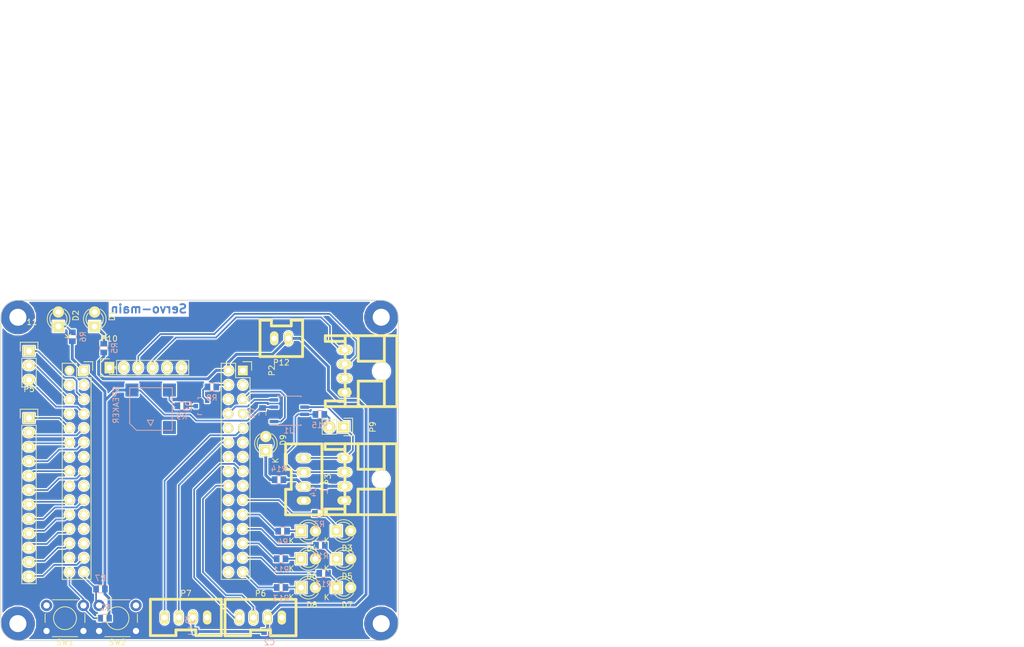
<source format=kicad_pcb>
(kicad_pcb (version 4) (host pcbnew 4.0.1-stable)
  (layers (0 F.Cu signal) (31 B.Cu signal) (34 B.Paste user) (35 F.Paste user) (36 B.SilkS user) (37 F.SilkS user) (38 B.Mask user) (39 F.Mask user) (44 Edge.Cuts user))
  (net 0 "")
  (net 1 +5V)
  (net 2 GND)
  (net 3 "Net-(D1-Pad1)")
  (net 4 "Net-(D2-Pad1)")
  (net 5 +3.3V)
  (net 6 /E6)
  (net 7 /E5)
  (net 8 /C1)
  (net 9 /C0)
  (net 10 /C3)
  (net 11 /C2)
  (net 12 /A1)
  (net 13 /A0)
  (net 14 /A3)
  (net 15 /A2)
  (net 16 /A5)
  (net 17 /A4)
  (net 18 /A7)
  (net 19 /A6)
  (net 20 /C5)
  (net 21 /C4)
  (net 22 /B1)
  (net 23 /B0)
  (net 24 /E9)
  (net 25 /E8)
  (net 26 /E11)
  (net 27 /E10)
  (net 28 /E13)
  (net 29 /E12)
  (net 30 /B10)
  (net 31 /E14)
  (net 32 /B11)
  (net 33 /B13)
  (net 34 /B9)
  (net 35 /B8)
  (net 36 /B7)
  (net 37 /B6)
  (net 38 /B5)
  (net 39 /B4)
  (net 40 /B3)
  (net 41 /D6)
  (net 42 /D5)
  (net 43 /D2)
  (net 44 /C12)
  (net 45 /A15)
  (net 46 /A11)
  (net 47 /A10)
  (net 48 /A9)
  (net 49 /A8)
  (net 50 /C9)
  (net 51 /C8)
  (net 52 /C7)
  (net 53 /C6)
  (net 54 /D15)
  (net 55 /D14)
  (net 56 /D13)
  (net 57 /D12)
  (net 58 /D9)
  (net 59 /D8)
  (net 60 /B14)
  (net 61 /B15)
  (net 62 "Net-(P10-Pad2)")
  (net 63 /CLK)
  (net 64 /DIO)
  (net 65 "Net-(P10-Pad5)")
  (net 66 "Net-(P10-Pad6)")
  (net 67 /CAN_L)
  (net 68 /CAN_H)
  (net 69 +12V)
  (net 70 "Net-(P8-Pad2)")
  (net 71 "Net-(D3-Pad1)")
  (net 72 "Net-(D4-Pad1)")
  (net 73 "Net-(R9-Pad1)")
  (net 74 "Net-(Q1-Pad3)")
  (net 75 "Net-(D5-Pad1)")
  (net 76 "Net-(D6-Pad1)")
  (net 77 "Net-(D7-Pad1)")
  (net 78 "Net-(D8-Pad1)")
  (net 79 "Net-(D9-Pad1)")
  (net 80 "Net-(Q1-Pad1)")
  (net 81 "Net-(P9-Pad2)")
  (module Pin_Headers:Pin_Header_Straight_1x02 (layer F.Cu) (at 161.5 92 270)
    (fp_text reference P9 (at 0 -5.1 270) (layer F.SilkS))
    (fp_text value CAN_JP)
    (pad 1 thru_hole rect (at 0 0 270) (size 2.032 2.032) (drill 1.016) (layers *.Cu *.Mask F.SilkS) (net 67 /CAN_L))
    (pad 2 thru_hole oval (at 0 2.54 270) (size 2.032 2.032) (drill 1.016) (layers *.Cu *.Mask F.SilkS) (net 81 "Net-(P9-Pad2)"))
  )
  (module Socket_Strips:Socket_Strip_Straight_2x15 (layer F.Cu) (at 115.715 82.035 270)
    (fp_text reference P1 (at 0 -5.1 270) (layer F.SilkS))
    (fp_text value CONN_02X15)
    (pad 1 thru_hole rect (at 0 0 270) (size 1.7272 1.7272) (drill 1.016) (layers *.Cu *.Mask F.SilkS) (net 5 +3.3V))
    (pad 2 thru_hole oval (at 0 2.54 270) (size 1.7272 1.7272) (drill 1.016) (layers *.Cu *.Mask F.SilkS) (net 2 GND))
    (pad 3 thru_hole oval (at 2.54 0 270) (size 1.7272 1.7272) (drill 1.016) (layers *.Cu *.Mask F.SilkS) (net 7 /E5))
    (pad 4 thru_hole oval (at 2.54 2.54 270) (size 1.7272 1.7272) (drill 1.016) (layers *.Cu *.Mask F.SilkS) (net 6 /E6))
    (pad 5 thru_hole oval (at 5.08 0 270) (size 1.7272 1.7272) (drill 1.016) (layers *.Cu *.Mask F.SilkS) (net 9 /C0))
    (pad 6 thru_hole oval (at 5.08 2.54 270) (size 1.7272 1.7272) (drill 1.016) (layers *.Cu *.Mask F.SilkS) (net 8 /C1))
    (pad 7 thru_hole oval (at 7.62 0 270) (size 1.7272 1.7272) (drill 1.016) (layers *.Cu *.Mask F.SilkS) (net 11 /C2))
    (pad 8 thru_hole oval (at 7.62 2.54 270) (size 1.7272 1.7272) (drill 1.016) (layers *.Cu *.Mask F.SilkS) (net 10 /C3))
    (pad 9 thru_hole oval (at 10.16 0 270) (size 1.7272 1.7272) (drill 1.016) (layers *.Cu *.Mask F.SilkS) (net 13 /A0))
    (pad 10 thru_hole oval (at 10.16 2.54 270) (size 1.7272 1.7272) (drill 1.016) (layers *.Cu *.Mask F.SilkS) (net 12 /A1))
    (pad 11 thru_hole oval (at 12.7 0 270) (size 1.7272 1.7272) (drill 1.016) (layers *.Cu *.Mask F.SilkS) (net 15 /A2))
    (pad 12 thru_hole oval (at 12.7 2.54 270) (size 1.7272 1.7272) (drill 1.016) (layers *.Cu *.Mask F.SilkS) (net 14 /A3))
    (pad 13 thru_hole oval (at 15.24 0 270) (size 1.7272 1.7272) (drill 1.016) (layers *.Cu *.Mask F.SilkS) (net 17 /A4))
    (pad 14 thru_hole oval (at 15.24 2.54 270) (size 1.7272 1.7272) (drill 1.016) (layers *.Cu *.Mask F.SilkS) (net 16 /A5))
    (pad 15 thru_hole oval (at 17.78 0 270) (size 1.7272 1.7272) (drill 1.016) (layers *.Cu *.Mask F.SilkS) (net 19 /A6))
    (pad 16 thru_hole oval (at 17.78 2.54 270) (size 1.7272 1.7272) (drill 1.016) (layers *.Cu *.Mask F.SilkS) (net 18 /A7))
    (pad 17 thru_hole oval (at 20.32 0 270) (size 1.7272 1.7272) (drill 1.016) (layers *.Cu *.Mask F.SilkS) (net 21 /C4))
    (pad 18 thru_hole oval (at 20.32 2.54 270) (size 1.7272 1.7272) (drill 1.016) (layers *.Cu *.Mask F.SilkS) (net 20 /C5))
    (pad 19 thru_hole oval (at 22.86 0 270) (size 1.7272 1.7272) (drill 1.016) (layers *.Cu *.Mask F.SilkS) (net 23 /B0))
    (pad 20 thru_hole oval (at 22.86 2.54 270) (size 1.7272 1.7272) (drill 1.016) (layers *.Cu *.Mask F.SilkS) (net 22 /B1))
    (pad 21 thru_hole oval (at 25.4 0 270) (size 1.7272 1.7272) (drill 1.016) (layers *.Cu *.Mask F.SilkS) (net 25 /E8))
    (pad 22 thru_hole oval (at 25.4 2.54 270) (size 1.7272 1.7272) (drill 1.016) (layers *.Cu *.Mask F.SilkS) (net 24 /E9))
    (pad 23 thru_hole oval (at 27.94 0 270) (size 1.7272 1.7272) (drill 1.016) (layers *.Cu *.Mask F.SilkS) (net 27 /E10))
    (pad 24 thru_hole oval (at 27.94 2.54 270) (size 1.7272 1.7272) (drill 1.016) (layers *.Cu *.Mask F.SilkS) (net 26 /E11))
    (pad 25 thru_hole oval (at 30.48 0 270) (size 1.7272 1.7272) (drill 1.016) (layers *.Cu *.Mask F.SilkS) (net 29 /E12))
    (pad 26 thru_hole oval (at 30.48 2.54 270) (size 1.7272 1.7272) (drill 1.016) (layers *.Cu *.Mask F.SilkS) (net 28 /E13))
    (pad 27 thru_hole oval (at 33.02 0 270) (size 1.7272 1.7272) (drill 1.016) (layers *.Cu *.Mask F.SilkS) (net 31 /E14))
    (pad 28 thru_hole oval (at 33.02 2.54 270) (size 1.7272 1.7272) (drill 1.016) (layers *.Cu *.Mask F.SilkS) (net 30 /B10))
    (pad 29 thru_hole oval (at 35.56 0 270) (size 1.7272 1.7272) (drill 1.016) (layers *.Cu *.Mask F.SilkS) (net 33 /B13))
    (pad 30 thru_hole oval (at 35.56 2.54 270) (size 1.7272 1.7272) (drill 1.016) (layers *.Cu *.Mask F.SilkS) (net 32 /B11))
  )
  (module RP_KiCAD_Connector:XA_4T (layer F.Cu) (at 129.93 125.575)
    (fp_text reference P7 (at 3.75 -4.25) (layer F.SilkS))
    (fp_text value SERIAL1)
    (pad 4 thru_hole oval (at 0 0) (size 1.5 2.5) (drill 1) (layers *.Cu *.Mask F.SilkS) (net 41 /D6))
    (pad 3 thru_hole oval (at 2.5 0) (size 1.5 2.5) (drill 1) (layers *.Cu *.Mask F.SilkS) (net 42 /D5))
    (pad 2 thru_hole oval (at 5 0) (size 1.5 2.5) (drill 1) (layers *.Cu *.Mask F.SilkS) (net 1 +5V))
    (pad 1 thru_hole oval (at 7.5 0) (size 1.5 2.5) (drill 1) (layers *.Cu *.Mask F.SilkS) (net 2 GND))
  )
  (module Capacitors_SMD:C_0603 (layer B.Cu) (at 147.18 89.6 270)
    (fp_text reference C1 (at 0 1.9 270) (layer B.SilkS) (effects (justify mirror)))
    (fp_text value 0.1u)
    (pad 1 smd rect (at -0.95 0 270) (size 1 1.2) (layers B.Cu B.Paste B.Mask) (net 5 +3.3V))
    (pad 2 smd rect (at 0.93 0 270) (size 1 1.2) (layers B.Cu B.Paste B.Mask) (net 2 GND))
  )
  (module Capacitors_SMD:C_0603 (layer B.Cu) (at 148.4 128.06)
    (fp_text reference C2 (at 0 1.9) (layer B.SilkS) (effects (justify mirror)))
    (fp_text value 0.1u)
    (pad 1 smd rect (at -0.95 0) (size 1 1.2) (layers B.Cu B.Paste B.Mask) (net 1 +5V))
    (pad 2 smd rect (at 0.93 0) (size 1 1.2) (layers B.Cu B.Paste B.Mask) (net 2 GND))
  )
  (module Capacitors_SMD:C_0603 (layer B.Cu) (at 134.43 127.95 180)
    (fp_text reference C3 (at 0 1.9 180) (layer B.SilkS) (effects (justify mirror)))
    (fp_text value 0.1u)
    (pad 1 smd rect (at -0.95 0 180) (size 1 1.2) (layers B.Cu B.Paste B.Mask) (net 1 +5V))
    (pad 2 smd rect (at 0.93 0 180) (size 1 1.2) (layers B.Cu B.Paste B.Mask) (net 2 GND))
  )
  (module RP_KiCAD_Connector:XA_4T (layer F.Cu) (at 154.45 97.485 270)
    (fp_text reference P3 (at 3.75 -4.25 270) (layer F.SilkS))
    (fp_text value CAN)
    (pad 4 thru_hole oval (at 0 0 270) (size 1.5 2.5) (drill 1) (layers *.Cu *.Mask F.SilkS) (net 67 /CAN_L))
    (pad 3 thru_hole oval (at 2.5 0 270) (size 1.5 2.5) (drill 1) (layers *.Cu *.Mask F.SilkS) (net 68 /CAN_H))
    (pad 2 thru_hole oval (at 5 0 270) (size 1.5 2.5) (drill 1) (layers *.Cu *.Mask F.SilkS) (net 69 +12V))
    (pad 1 thru_hole oval (at 7.5 0 270) (size 1.5 2.5) (drill 1) (layers *.Cu *.Mask F.SilkS) (net 2 GND))
  )
  (module RP_KiCAD_Connector:XA_2T (layer F.Cu) (at 151.74 76.385 180)
    (fp_text reference P12 (at 1.25 -4.25 180) (layer F.SilkS))
    (fp_text value 5V_in)
    (pad 2 thru_hole oval (at 0 0 180) (size 1.5 2.5) (drill 1) (layers *.Cu *.Mask F.SilkS) (net 1 +5V))
    (pad 1 thru_hole oval (at 2.5 0 180) (size 1.5 2.5) (drill 1) (layers *.Cu *.Mask F.SilkS) (net 2 GND))
  )
  (module Resistors_SMD:R_0603 (layer B.Cu) (at 119.22 78.09 90)
    (fp_text reference R5 (at 0 1.9 90) (layer B.SilkS) (effects (justify mirror)))
    (fp_text value 510)
    (pad 1 smd rect (at -0.78 0 90) (size 1 1.2) (layers B.Cu B.Paste B.Mask) (net 1 +5V))
    (pad 2 smd rect (at 0.78 0 90) (size 1 1.2) (layers B.Cu B.Paste B.Mask) (net 3 "Net-(D1-Pad1)"))
  )
  (module Resistors_SMD:R_0603 (layer B.Cu) (at 113.675 76.095 90)
    (fp_text reference R6 (at 0 1.9 90) (layer B.SilkS) (effects (justify mirror)))
    (fp_text value 330)
    (pad 1 smd rect (at -0.78 0 90) (size 1 1.2) (layers B.Cu B.Paste B.Mask) (net 5 +3.3V))
    (pad 2 smd rect (at 0.78 0 90) (size 1 1.2) (layers B.Cu B.Paste B.Mask) (net 4 "Net-(D2-Pad1)"))
  )
  (module LEDs:LED-3MM (layer F.Cu) (at 117.61 74.28 90)
    (fp_text reference D1 (at 1.91 3.06 90) (layer F.SilkS))
    (fp_text value LED)
    (fp_text user K (at -1.69 1.74 90) (layer F.SilkS))
    (pad 1 thru_hole rect (at 0 0 180) (size 2 2) (drill 1.00076) (layers *.Cu *.Mask F.SilkS) (net 3 "Net-(D1-Pad1)"))
    (pad 2 thru_hole circle (at 2.54 0 90) (size 2 2) (drill 1.00076) (layers *.Cu *.Mask F.SilkS) (net 2 GND))
  )
  (module LEDs:LED-3MM (layer F.Cu) (at 111.225 74.27 90)
    (fp_text reference D2 (at 1.91 3.06 90) (layer F.SilkS))
    (fp_text value LED)
    (fp_text user K (at -1.69 1.74 90) (layer F.SilkS))
    (pad 1 thru_hole rect (at 0 0 180) (size 2 2) (drill 1.00076) (layers *.Cu *.Mask F.SilkS) (net 4 "Net-(D2-Pad1)"))
    (pad 2 thru_hole circle (at 2.54 0 90) (size 2 2) (drill 1.00076) (layers *.Cu *.Mask F.SilkS) (net 2 GND))
  )
  (module Socket_Strips:Socket_Strip_Straight_2x15 (layer F.Cu) (at 143.715 82.035 270)
    (fp_text reference P2 (at 0 -5.1 270) (layer F.SilkS))
    (fp_text value CONN_02X15)
    (pad 1 thru_hole rect (at 0 0 270) (size 1.7272 1.7272) (drill 1.016) (layers *.Cu *.Mask F.SilkS) (net 2 GND))
    (pad 2 thru_hole oval (at 0 2.54 270) (size 1.7272 1.7272) (drill 1.016) (layers *.Cu *.Mask F.SilkS) (net 1 +5V))
    (pad 3 thru_hole oval (at 2.54 0 270) (size 1.7272 1.7272) (drill 1.016) (layers *.Cu *.Mask F.SilkS) (net 35 /B8))
    (pad 4 thru_hole oval (at 2.54 2.54 270) (size 1.7272 1.7272) (drill 1.016) (layers *.Cu *.Mask F.SilkS) (net 34 /B9))
    (pad 5 thru_hole oval (at 5.08 0 270) (size 1.7272 1.7272) (drill 1.016) (layers *.Cu *.Mask F.SilkS) (net 37 /B6))
    (pad 6 thru_hole oval (at 5.08 2.54 270) (size 1.7272 1.7272) (drill 1.016) (layers *.Cu *.Mask F.SilkS) (net 36 /B7))
    (pad 7 thru_hole oval (at 7.62 0 270) (size 1.7272 1.7272) (drill 1.016) (layers *.Cu *.Mask F.SilkS) (net 39 /B4))
    (pad 8 thru_hole oval (at 7.62 2.54 270) (size 1.7272 1.7272) (drill 1.016) (layers *.Cu *.Mask F.SilkS) (net 38 /B5))
    (pad 9 thru_hole oval (at 10.16 0 270) (size 1.7272 1.7272) (drill 1.016) (layers *.Cu *.Mask F.SilkS) (net 41 /D6))
    (pad 10 thru_hole oval (at 10.16 2.54 270) (size 1.7272 1.7272) (drill 1.016) (layers *.Cu *.Mask F.SilkS) (net 40 /B3))
    (pad 11 thru_hole oval (at 12.7 0 270) (size 1.7272 1.7272) (drill 1.016) (layers *.Cu *.Mask F.SilkS) (net 43 /D2))
    (pad 12 thru_hole oval (at 12.7 2.54 270) (size 1.7272 1.7272) (drill 1.016) (layers *.Cu *.Mask F.SilkS) (net 42 /D5))
    (pad 13 thru_hole oval (at 15.24 0 270) (size 1.7272 1.7272) (drill 1.016) (layers *.Cu *.Mask F.SilkS) (net 45 /A15))
    (pad 14 thru_hole oval (at 15.24 2.54 270) (size 1.7272 1.7272) (drill 1.016) (layers *.Cu *.Mask F.SilkS) (net 44 /C12))
    (pad 15 thru_hole oval (at 17.78 0 270) (size 1.7272 1.7272) (drill 1.016) (layers *.Cu *.Mask F.SilkS) (net 47 /A10))
    (pad 16 thru_hole oval (at 17.78 2.54 270) (size 1.7272 1.7272) (drill 1.016) (layers *.Cu *.Mask F.SilkS) (net 46 /A11))
    (pad 17 thru_hole oval (at 20.32 0 270) (size 1.7272 1.7272) (drill 1.016) (layers *.Cu *.Mask F.SilkS) (net 49 /A8))
    (pad 18 thru_hole oval (at 20.32 2.54 270) (size 1.7272 1.7272) (drill 1.016) (layers *.Cu *.Mask F.SilkS) (net 48 /A9))
    (pad 19 thru_hole oval (at 22.86 0 270) (size 1.7272 1.7272) (drill 1.016) (layers *.Cu *.Mask F.SilkS) (net 51 /C8))
    (pad 20 thru_hole oval (at 22.86 2.54 270) (size 1.7272 1.7272) (drill 1.016) (layers *.Cu *.Mask F.SilkS) (net 50 /C9))
    (pad 21 thru_hole oval (at 25.4 0 270) (size 1.7272 1.7272) (drill 1.016) (layers *.Cu *.Mask F.SilkS) (net 53 /C6))
    (pad 22 thru_hole oval (at 25.4 2.54 270) (size 1.7272 1.7272) (drill 1.016) (layers *.Cu *.Mask F.SilkS) (net 52 /C7))
    (pad 23 thru_hole oval (at 27.94 0 270) (size 1.7272 1.7272) (drill 1.016) (layers *.Cu *.Mask F.SilkS) (net 55 /D14))
    (pad 24 thru_hole oval (at 27.94 2.54 270) (size 1.7272 1.7272) (drill 1.016) (layers *.Cu *.Mask F.SilkS) (net 54 /D15))
    (pad 25 thru_hole oval (at 30.48 0 270) (size 1.7272 1.7272) (drill 1.016) (layers *.Cu *.Mask F.SilkS) (net 57 /D12))
    (pad 26 thru_hole oval (at 30.48 2.54 270) (size 1.7272 1.7272) (drill 1.016) (layers *.Cu *.Mask F.SilkS) (net 56 /D13))
    (pad 27 thru_hole oval (at 33.02 0 270) (size 1.7272 1.7272) (drill 1.016) (layers *.Cu *.Mask F.SilkS) (net 59 /D8))
    (pad 28 thru_hole oval (at 33.02 2.54 270) (size 1.7272 1.7272) (drill 1.016) (layers *.Cu *.Mask F.SilkS) (net 58 /D9))
    (pad 29 thru_hole oval (at 35.56 0 270) (size 1.7272 1.7272) (drill 1.016) (layers *.Cu *.Mask F.SilkS) (net 61 /B15))
    (pad 30 thru_hole oval (at 35.56 2.54 270) (size 1.7272 1.7272) (drill 1.016) (layers *.Cu *.Mask F.SilkS) (net 60 /B14))
  )
  (module Socket_Strips:Socket_Strip_Straight_1x06 (layer F.Cu) (at 120.215 81.535)
    (fp_text reference P10 (at 0 -5.1) (layer F.SilkS))
    (fp_text value WRITING)
    (pad 1 thru_hole rect (at 0 0) (size 1.7272 2.032) (drill 1.016) (layers *.Cu *.Mask F.SilkS) (net 2 GND))
    (pad 2 thru_hole oval (at 2.54 0) (size 1.7272 2.032) (drill 1.016) (layers *.Cu *.Mask F.SilkS) (net 62 "Net-(P10-Pad2)"))
    (pad 3 thru_hole oval (at 5.08 0) (size 1.7272 2.032) (drill 1.016) (layers *.Cu *.Mask F.SilkS) (net 63 /CLK))
    (pad 4 thru_hole oval (at 7.62 0) (size 1.7272 2.032) (drill 1.016) (layers *.Cu *.Mask F.SilkS) (net 64 /DIO))
    (pad 5 thru_hole oval (at 10.16 0) (size 1.7272 2.032) (drill 1.016) (layers *.Cu *.Mask F.SilkS) (net 65 "Net-(P10-Pad5)"))
    (pad 6 thru_hole oval (at 12.7 0) (size 1.7272 2.032) (drill 1.016) (layers *.Cu *.Mask F.SilkS) (net 66 "Net-(P10-Pad6)"))
  )
  (module RP_KiCAD_Connector:XA_4LC (layer F.Cu) (at 161.6 104.96 90)
    (fp_text reference P4 (at 0 0.5 90) (layer F.SilkS))
    (fp_text value CAN)
    (pad 1 thru_hole oval (at 0 0 90) (size 1.5 2.5) (drill 1) (layers *.Cu *.Mask F.SilkS) (net 2 GND))
    (pad 2 thru_hole oval (at 2.5 0 90) (size 1.5 2.5) (drill 1) (layers *.Cu *.Mask F.SilkS) (net 69 +12V))
    (pad 3 thru_hole oval (at 5 0 90) (size 1.5 2.5) (drill 1) (layers *.Cu *.Mask F.SilkS) (net 68 /CAN_H))
    (pad 4 thru_hole oval (at 7.5 0 90) (size 1.5 2.5) (drill 1) (layers *.Cu *.Mask F.SilkS) (net 67 /CAN_L))
    (pad "" thru_hole circle (at 3.75 6.5 90) (size 3 3) (drill 3) (layers *.Cu *.Mask F.SilkS) (clearance -0.3))
  )
  (module Pin_Headers:Pin_Header_Straight_1x12 (layer F.Cu) (at 106.05 90.42)
    (fp_text reference P5 (at 0 -5.1) (layer F.SilkS))
    (fp_text value PWM)
    (pad 1 thru_hole rect (at 0 0) (size 2.032 1.7272) (drill 1.016) (layers *.Cu *.Mask F.SilkS) (net 12 /A1))
    (pad 2 thru_hole oval (at 0 2.54) (size 2.032 1.7272) (drill 1.016) (layers *.Cu *.Mask F.SilkS) (net 13 /A0))
    (pad 3 thru_hole oval (at 0 5.08) (size 2.032 1.7272) (drill 1.016) (layers *.Cu *.Mask F.SilkS) (net 14 /A3))
    (pad 4 thru_hole oval (at 0 7.62) (size 2.032 1.7272) (drill 1.016) (layers *.Cu *.Mask F.SilkS) (net 15 /A2))
    (pad 5 thru_hole oval (at 0 10.16) (size 2.032 1.7272) (drill 1.016) (layers *.Cu *.Mask F.SilkS) (net 18 /A7))
    (pad 6 thru_hole oval (at 0 12.7) (size 2.032 1.7272) (drill 1.016) (layers *.Cu *.Mask F.SilkS) (net 19 /A6))
    (pad 7 thru_hole oval (at 0 15.24) (size 2.032 1.7272) (drill 1.016) (layers *.Cu *.Mask F.SilkS) (net 22 /B1))
    (pad 8 thru_hole oval (at 0 17.78) (size 2.032 1.7272) (drill 1.016) (layers *.Cu *.Mask F.SilkS) (net 23 /B0))
    (pad 9 thru_hole oval (at 0 20.32) (size 2.032 1.7272) (drill 1.016) (layers *.Cu *.Mask F.SilkS) (net 24 /E9))
    (pad 10 thru_hole oval (at 0 22.86) (size 2.032 1.7272) (drill 1.016) (layers *.Cu *.Mask F.SilkS) (net 26 /E11))
    (pad 11 thru_hole oval (at 0 25.4) (size 2.032 1.7272) (drill 1.016) (layers *.Cu *.Mask F.SilkS) (net 28 /E13))
    (pad 12 thru_hole oval (at 0 27.94) (size 2.032 1.7272) (drill 1.016) (layers *.Cu *.Mask F.SilkS) (net 31 /E14))
  )
  (module RP_KiCAD_Connector:XA_4T (layer F.Cu) (at 143.08 125.6)
    (fp_text reference P6 (at 3.75 -4.25) (layer F.SilkS))
    (fp_text value SERIAL0)
    (pad 4 thru_hole oval (at 0 0) (size 1.5 2.5) (drill 1) (layers *.Cu *.Mask F.SilkS) (net 47 /A10))
    (pad 3 thru_hole oval (at 2.5 0) (size 1.5 2.5) (drill 1) (layers *.Cu *.Mask F.SilkS) (net 48 /A9))
    (pad 2 thru_hole oval (at 5 0) (size 1.5 2.5) (drill 1) (layers *.Cu *.Mask F.SilkS) (net 1 +5V))
    (pad 1 thru_hole oval (at 7.5 0) (size 1.5 2.5) (drill 1) (layers *.Cu *.Mask F.SilkS) (net 2 GND))
  )
  (module RP_KiCAD_Connector:XA_4LC (layer F.Cu) (at 161.64 85.91 90)
    (fp_text reference P8 (at 0 0.5 90) (layer F.SilkS))
    (fp_text value WRITING_IN)
    (pad 1 thru_hole oval (at 0 0 90) (size 1.5 2.5) (drill 1) (layers *.Cu *.Mask F.SilkS) (net 2 GND))
    (pad 2 thru_hole oval (at 2.5 0 90) (size 1.5 2.5) (drill 1) (layers *.Cu *.Mask F.SilkS) (net 70 "Net-(P8-Pad2)"))
    (pad 3 thru_hole oval (at 5 0 90) (size 1.5 2.5) (drill 1) (layers *.Cu *.Mask F.SilkS) (net 63 /CLK))
    (pad 4 thru_hole oval (at 7.5 0 90) (size 1.5 2.5) (drill 1) (layers *.Cu *.Mask F.SilkS) (net 64 /DIO))
    (pad "" thru_hole circle (at 3.75 6.5 90) (size 3 3) (drill 3) (layers *.Cu *.Mask F.SilkS) (clearance -0.3))
  )
  (module Housings_SOIC:SOIC-8_3.9x4.9mm_Pitch1.27mm (layer B.Cu) (at 151.89 89.135)
    (fp_text reference U1 (at 0 3.5) (layer B.SilkS) (effects (justify mirror)))
    (fp_text value MAX3051)
    (pad 1 smd rect (at -2.7 1.905) (size 1.55 0.6) (layers B.Cu B.Paste B.Mask) (net 37 /B6))
    (pad 2 smd rect (at -2.7 0.635) (size 1.55 0.6) (layers B.Cu B.Paste B.Mask) (net 2 GND))
    (pad 3 smd rect (at -2.7 -0.635) (size 1.55 0.6) (layers B.Cu B.Paste B.Mask) (net 5 +3.3V))
    (pad 4 smd rect (at -2.7 -1.905) (size 1.55 0.6) (layers B.Cu B.Paste B.Mask) (net 38 /B5))
    (pad 5 smd rect (at 2.7 -1.905) (size 1.55 0.6) (layers B.Cu B.Paste B.Mask) (net 2 GND))
    (pad 6 smd rect (at 2.7 -0.635) (size 1.55 0.6) (layers B.Cu B.Paste B.Mask) (net 67 /CAN_L))
    (pad 7 smd rect (at 2.7 0.635) (size 1.55 0.6) (layers B.Cu B.Paste B.Mask) (net 68 /CAN_H))
    (pad 8 smd rect (at 2.7 1.905) (size 1.55 0.6) (layers B.Cu B.Paste B.Mask) (net 2 GND))
  )
  (module Capacitors_SMD:C_0603 (layer B.Cu) (at 158.01 103.41 270)
    (fp_text reference C4 (at 0 1.9 270) (layer B.SilkS) (effects (justify mirror)))
    (fp_text value 0.1u)
    (pad 1 smd rect (at -0.95 0 270) (size 1 1.2) (layers B.Cu B.Paste B.Mask) (net 69 +12V))
    (pad 2 smd rect (at 0.93 0 270) (size 1 1.2) (layers B.Cu B.Paste B.Mask) (net 2 GND))
  )
  (module LEDs:LED-3MM (layer F.Cu) (at 160.17 110.3)
    (fp_text reference D3 (at 1.91 3.06) (layer F.SilkS))
    (fp_text value LED)
    (fp_text user K (at -1.69 1.74) (layer F.SilkS))
    (pad 1 thru_hole rect (at 0 0 90) (size 2 2) (drill 1.00076) (layers *.Cu *.Mask F.SilkS) (net 71 "Net-(D3-Pad1)"))
    (pad 2 thru_hole circle (at 2.54 0) (size 2 2) (drill 1.00076) (layers *.Cu *.Mask F.SilkS) (net 2 GND))
  )
  (module LEDs:LED-3MM (layer F.Cu) (at 153.97 110.36)
    (fp_text reference D4 (at 1.91 3.06) (layer F.SilkS))
    (fp_text value LED)
    (fp_text user K (at -1.69 1.74) (layer F.SilkS))
    (pad 1 thru_hole rect (at 0 0 90) (size 2 2) (drill 1.00076) (layers *.Cu *.Mask F.SilkS) (net 72 "Net-(D4-Pad1)"))
    (pad 2 thru_hole circle (at 2.54 0) (size 2 2) (drill 1.00076) (layers *.Cu *.Mask F.SilkS) (net 2 GND))
  )
  (module Resistors_SMD:R_0603 (layer B.Cu) (at 119.365 125.71 180)
    (fp_text reference R2 (at 0 1.9 180) (layer B.SilkS) (effects (justify mirror)))
    (fp_text value 10k)
    (pad 1 smd rect (at -0.78 0 180) (size 1 1.2) (layers B.Cu B.Paste B.Mask) (net 5 +3.3V))
    (pad 2 smd rect (at 0.78 0 180) (size 1 1.2) (layers B.Cu B.Paste B.Mask) (net 32 /B11))
  )
  (module Resistors_SMD:R_0603 (layer B.Cu) (at 157.18 107.25)
    (fp_text reference R3 (at 0 1.9) (layer B.SilkS) (effects (justify mirror)))
    (fp_text value 330)
    (pad 1 smd rect (at -0.78 0) (size 1 1.2) (layers B.Cu B.Paste B.Mask) (net 51 /C8))
    (pad 2 smd rect (at 0.78 0) (size 1 1.2) (layers B.Cu B.Paste B.Mask) (net 71 "Net-(D3-Pad1)"))
  )
  (module Resistors_SMD:R_0603 (layer B.Cu) (at 150.72 110.36)
    (fp_text reference R4 (at 0 1.9) (layer B.SilkS) (effects (justify mirror)))
    (fp_text value 330)
    (pad 1 smd rect (at -0.78 0) (size 1 1.2) (layers B.Cu B.Paste B.Mask) (net 53 /C6))
    (pad 2 smd rect (at 0.78 0) (size 1 1.2) (layers B.Cu B.Paste B.Mask) (net 72 "Net-(D4-Pad1)"))
  )
  (module Resistors_SMD:R_0603 (layer B.Cu) (at 118.64 120.56 180)
    (fp_text reference R7 (at 0 1.9 180) (layer B.SilkS) (effects (justify mirror)))
    (fp_text value 10k)
    (pad 1 smd rect (at -0.78 0 180) (size 1 1.2) (layers B.Cu B.Paste B.Mask) (net 5 +3.3V))
    (pad 2 smd rect (at 0.78 0 180) (size 1 1.2) (layers B.Cu B.Paste B.Mask) (net 33 /B13))
  )
  (module Buttons_Switches_ThroughHole:SW_PUSH_6mm (layer F.Cu) (at 115.64 127.96 180)
    (fp_text reference SW1 (at 3.25 -2 180) (layer F.SilkS))
    (fp_text value SW_PUSH)
    (pad 2 thru_hole circle (at 0 4.5 270) (size 2 2) (drill 1.1) (layers *.Cu *.Mask) (net 32 /B11))
    (pad 1 thru_hole circle (at 0 0 270) (size 2 2) (drill 1.1) (layers *.Cu *.Mask) (net 2 GND))
    (pad 2 thru_hole circle (at 6.5 4.5 270) (size 2 2) (drill 1.1) (layers *.Cu *.Mask) (net 32 /B11))
    (pad 1 thru_hole circle (at 6.5 0 270) (size 2 2) (drill 1.1) (layers *.Cu *.Mask) (net 2 GND))
  )
  (module Buttons_Switches_ThroughHole:SW_PUSH_6mm (layer F.Cu) (at 124.89 127.96 180)
    (fp_text reference SW2 (at 3.25 -2 180) (layer F.SilkS))
    (fp_text value SW_PUSH)
    (pad 2 thru_hole circle (at 0 4.5 270) (size 2 2) (drill 1.1) (layers *.Cu *.Mask) (net 33 /B13))
    (pad 1 thru_hole circle (at 0 0 270) (size 2 2) (drill 1.1) (layers *.Cu *.Mask) (net 2 GND))
    (pad 2 thru_hole circle (at 6.5 4.5 270) (size 2 2) (drill 1.1) (layers *.Cu *.Mask) (net 33 /B13))
    (pad 1 thru_hole circle (at 6.5 0 270) (size 2 2) (drill 1.1) (layers *.Cu *.Mask) (net 2 GND))
  )
  (module Resistors_SMD:R_0603 (layer B.Cu) (at 138.26 84.95)
    (fp_text reference R8 (at 0 1.9) (layer B.SilkS) (effects (justify mirror)))
    (fp_text value 10)
    (pad 1 smd rect (at -0.78 0) (size 1 1.2) (layers B.Cu B.Paste B.Mask) (net 80 "Net-(Q1-Pad1)"))
    (pad 2 smd rect (at 0.78 0) (size 1 1.2) (layers B.Cu B.Paste B.Mask) (net 34 /B9))
  )
  (module Resistors_SMD:R_0603 (layer B.Cu) (at 132.96 88.26)
    (fp_text reference R9 (at 0 1.9) (layer B.SilkS) (effects (justify mirror)))
    (fp_text value 120)
    (pad 1 smd rect (at -0.78 0) (size 1 1.2) (layers B.Cu B.Paste B.Mask) (net 73 "Net-(R9-Pad1)"))
    (pad 2 smd rect (at 0.78 0) (size 1 1.2) (layers B.Cu B.Paste B.Mask) (net 74 "Net-(Q1-Pad3)"))
  )
  (module Mizz_lib:UGCT7525AN4 (layer B.Cu) (at 127.18 88.49 270)
    (fp_text reference SP1 hide)
    (fp_text value SPEAKER (at -0.4 5.8 270) (layer B.SilkS) (effects (justify mirror)))
    (pad 1 smd rect (at -3 3 270) (size 2.3 2.3) (layers B.Cu B.Paste B.Mask) (net 5 +3.3V))
    (pad 2 smd rect (at -3 -3.6 270) (size 2.3 2.3) (layers B.Cu B.Paste B.Mask) (net 73 "Net-(R9-Pad1)"))
    (pad 3 smd rect (at 3.6 -3.6 270) (size 2.3 2.3) (layers B.Cu B.Paste B.Mask))
  )
  (module LEDs:LED-3MM (layer F.Cu) (at 160.17 115.24)
    (fp_text reference D5 (at 1.91 3.06) (layer F.SilkS))
    (fp_text value LED)
    (fp_text user K (at -1.69 1.74) (layer F.SilkS))
    (pad 1 thru_hole rect (at 0 0 90) (size 2 2) (drill 1.00076) (layers *.Cu *.Mask F.SilkS) (net 75 "Net-(D5-Pad1)"))
    (pad 2 thru_hole circle (at 2.54 0) (size 2 2) (drill 1.00076) (layers *.Cu *.Mask F.SilkS) (net 2 GND))
  )
  (module LEDs:LED-3MM (layer F.Cu) (at 153.96 115.24)
    (fp_text reference D6 (at 1.91 3.06) (layer F.SilkS))
    (fp_text value LED)
    (fp_text user K (at -1.69 1.74) (layer F.SilkS))
    (pad 1 thru_hole rect (at 0 0 90) (size 2 2) (drill 1.00076) (layers *.Cu *.Mask F.SilkS) (net 76 "Net-(D6-Pad1)"))
    (pad 2 thru_hole circle (at 2.54 0) (size 2 2) (drill 1.00076) (layers *.Cu *.Mask F.SilkS) (net 2 GND))
  )
  (module LEDs:LED-3MM (layer F.Cu) (at 160.17 120.3)
    (fp_text reference D7 (at 1.91 3.06) (layer F.SilkS))
    (fp_text value LED)
    (fp_text user K (at -1.69 1.74) (layer F.SilkS))
    (pad 1 thru_hole rect (at 0 0 90) (size 2 2) (drill 1.00076) (layers *.Cu *.Mask F.SilkS) (net 77 "Net-(D7-Pad1)"))
    (pad 2 thru_hole circle (at 2.54 0) (size 2 2) (drill 1.00076) (layers *.Cu *.Mask F.SilkS) (net 2 GND))
  )
  (module LEDs:LED-3MM (layer F.Cu) (at 153.96 120.3)
    (fp_text reference D8 (at 1.91 3.06) (layer F.SilkS))
    (fp_text value LED)
    (fp_text user K (at -1.69 1.74) (layer F.SilkS))
    (pad 1 thru_hole rect (at 0 0 90) (size 2 2) (drill 1.00076) (layers *.Cu *.Mask F.SilkS) (net 78 "Net-(D8-Pad1)"))
    (pad 2 thru_hole circle (at 2.54 0) (size 2 2) (drill 1.00076) (layers *.Cu *.Mask F.SilkS) (net 2 GND))
  )
  (module Resistors_SMD:R_0603 (layer B.Cu) (at 157.38 112.84)
    (fp_text reference R10 (at 0 1.9) (layer B.SilkS) (effects (justify mirror)))
    (fp_text value 330)
    (pad 1 smd rect (at -0.78 0) (size 1 1.2) (layers B.Cu B.Paste B.Mask) (net 55 /D14))
    (pad 2 smd rect (at 0.78 0) (size 1 1.2) (layers B.Cu B.Paste B.Mask) (net 75 "Net-(D5-Pad1)"))
  )
  (module Resistors_SMD:R_0603 (layer B.Cu) (at 150.45 115.24)
    (fp_text reference R11 (at 0 1.9) (layer B.SilkS) (effects (justify mirror)))
    (fp_text value 330)
    (pad 1 smd rect (at -0.78 0) (size 1 1.2) (layers B.Cu B.Paste B.Mask) (net 57 /D12))
    (pad 2 smd rect (at 0.78 0) (size 1 1.2) (layers B.Cu B.Paste B.Mask) (net 76 "Net-(D6-Pad1)"))
  )
  (module Resistors_SMD:R_0603 (layer B.Cu) (at 157.94 117.79)
    (fp_text reference R12 (at 0 1.9) (layer B.SilkS) (effects (justify mirror)))
    (fp_text value 330)
    (pad 1 smd rect (at -0.78 0) (size 1 1.2) (layers B.Cu B.Paste B.Mask) (net 59 /D8))
    (pad 2 smd rect (at 0.78 0) (size 1 1.2) (layers B.Cu B.Paste B.Mask) (net 77 "Net-(D7-Pad1)"))
  )
  (module Resistors_SMD:R_0603 (layer B.Cu) (at 150.45 120.3)
    (fp_text reference R13 (at 0 1.9) (layer B.SilkS) (effects (justify mirror)))
    (fp_text value 330)
    (pad 1 smd rect (at -0.78 0) (size 1 1.2) (layers B.Cu B.Paste B.Mask) (net 61 /B15))
    (pad 2 smd rect (at 0.78 0) (size 1 1.2) (layers B.Cu B.Paste B.Mask) (net 78 "Net-(D8-Pad1)"))
  )
  (module LEDs:LED-3MM (layer F.Cu) (at 147.75 96.22 90)
    (fp_text reference D9 (at 1.91 3.06 90) (layer F.SilkS))
    (fp_text value LED)
    (fp_text user K (at -1.69 1.74 90) (layer F.SilkS))
    (pad 1 thru_hole rect (at 0 0 180) (size 2 2) (drill 1.00076) (layers *.Cu *.Mask F.SilkS) (net 79 "Net-(D9-Pad1)"))
    (pad 2 thru_hole circle (at 2.54 0 90) (size 2 2) (drill 1.00076) (layers *.Cu *.Mask F.SilkS) (net 2 GND))
  )
  (module TO_SOT_Packages_SMD:SOT-23 (layer B.Cu) (at 136.43 88.33 270)
    (fp_text reference Q1 (at 0 2.25 270) (layer B.SilkS) (effects (justify mirror)))
    (fp_text value NPN)
    (pad 1 smd rect (at -0.95 -1.00076 270) (size 0.8001 0.8001) (layers B.Cu B.Paste B.Mask) (net 80 "Net-(Q1-Pad1)"))
    (pad 2 smd rect (at 0.95 -1.00076 270) (size 0.8001 0.8001) (layers B.Cu B.Paste B.Mask) (net 2 GND))
    (pad 3 smd rect (at 0 0.99822 270) (size 0.8001 0.8001) (layers B.Cu B.Paste B.Mask) (net 74 "Net-(Q1-Pad3)"))
  )
  (module Resistors_SMD:R_0603 (layer B.Cu) (at 150.08 101.3 180)
    (fp_text reference R14 (at 0 1.9 180) (layer B.SilkS) (effects (justify mirror)))
    (fp_text value 1.2k)
    (pad 1 smd rect (at -0.78 0 180) (size 1 1.2) (layers B.Cu B.Paste B.Mask) (net 69 +12V))
    (pad 2 smd rect (at 0.78 0 180) (size 1 1.2) (layers B.Cu B.Paste B.Mask) (net 79 "Net-(D9-Pad1)"))
  )
  (module Resistors_SMD:R_0603 (layer B.Cu) (at 157.28 89.79)
    (fp_text reference R15 (at 0 1.9) (layer B.SilkS) (effects (justify mirror)))
    (fp_text value 120)
    (pad 1 smd rect (at -0.78 0) (size 1 1.2) (layers B.Cu B.Paste B.Mask) (net 68 /CAN_H))
    (pad 2 smd rect (at 0.78 0) (size 1 1.2) (layers B.Cu B.Paste B.Mask) (net 81 "Net-(P9-Pad2)"))
  )
  (module Pin_Headers:Pin_Header_Straight_1x03 (layer F.Cu) (at 106.06 78.61)
    (fp_text reference P11 (at 0 -5.1) (layer F.SilkS))
    (fp_text value A/D)
    (pad 1 thru_hole rect (at 0 0) (size 2.032 1.7272) (drill 1.016) (layers *.Cu *.Mask F.SilkS) (net 9 /C0))
    (pad 2 thru_hole oval (at 0 2.54) (size 2.032 1.7272) (drill 1.016) (layers *.Cu *.Mask F.SilkS) (net 8 /C1))
    (pad 3 thru_hole oval (at 0 5.08) (size 2.032 1.7272) (drill 1.016) (layers *.Cu *.Mask F.SilkS) (net 11 /C2))
  )
  (gr_text Servo-main (at 127.14 71.17) (layer B.Cu) (effects (font (size 1.5 1.5) (thickness 0.3)) (justify mirror)))
  (gr_line (start 104.09 129.66) (end 168.09 129.66) (angle 90) (layer Edge.Cuts) (width 0.15))
  (gr_line (start 101.09 72.66) (end 101.09 126.66) (angle 90) (layer Edge.Cuts) (width 0.15))
  (gr_line (start 168.09 69.66) (end 104.09 69.66) (angle 90) (layer Edge.Cuts) (width 0.15))
  (gr_line (start 171.09 126.66) (end 171.09 72.66) (angle 90) (layer Edge.Cuts) (width 0.15))
  (gr_arc (start 168.09 126.66) (end 171.09 126.66) (angle 90) (layer Edge.Cuts) (width 0.15))
  (gr_arc (start 104.09 126.66) (end 104.09 129.66) (angle 90) (layer Edge.Cuts) (width 0.15))
  (gr_arc (start 104.09 72.66) (end 101.09 72.66) (angle 90) (layer Edge.Cuts) (width 0.15))
  (gr_arc (start 168.09 72.66) (end 168.09 69.66) (angle 90) (layer Edge.Cuts) (width 0.15))
  (via (at 168.09 72.66) (size 6) (drill 3) (layers F.Cu B.Cu) (net 0))
  (via (at 104.09 72.66) (size 6) (drill 3) (layers F.Cu B.Cu) (net 0))
  (via (at 104.09 126.66) (size 6) (drill 3) (layers F.Cu B.Cu) (net 0))
  (via (at 168.09 126.66) (size 6) (drill 3) (layers F.Cu B.Cu) (net 0))
  (segment (start 160.54 87.26) (end 160.57 87.29) (width 0.5) (layer B.Cu) (net 1))
  (segment (start 160.57 87.29) (end 162.39 87.29) (width 0.5) (layer B.Cu) (net 1))
  (segment (start 164.06 87.32) (end 164.03 87.29) (width 0.5) (layer B.Cu) (net 1))
  (segment (start 155.68 123.4) (end 150.28 123.4) (width 0.5) (layer B.Cu) (net 1))
  (segment (start 148.08 125.6) (end 150.28 123.4) (width 0.5) (layer B.Cu) (net 1))
  (segment (start 155.68 123.4) (end 161.84 123.4) (width 0.5) (layer B.Cu) (net 1))
  (segment (start 164.03 87.29) (end 162.39 87.29) (width 0.5) (layer B.Cu) (net 1))
  (segment (start 165.37 121.57) (end 165.43 121.51) (width 0.5) (layer B.Cu) (net 1))
  (segment (start 163.21 123.4) (end 163.34 123.4) (width 0.5) (layer B.Cu) (net 1))
  (segment (start 163.34 123.4) (end 163.54 123.4) (width 0.5) (layer B.Cu) (net 1))
  (segment (start 163.54 123.4) (end 165.37 121.57) (width 0.5) (layer B.Cu) (net 1))
  (segment (start 161.84 123.4) (end 163.21 123.4) (width 0.5) (layer B.Cu) (net 1))
  (segment (start 165.43 88.69) (end 164.06 87.32) (width 0.5) (layer B.Cu) (net 1))
  (segment (start 165.43 88.84) (end 165.43 88.69) (width 0.5) (layer B.Cu) (net 1))
  (segment (start 165.43 121.51) (end 165.43 88.84) (width 0.5) (layer B.Cu) (net 1))
  (segment (start 158.79 84.36) (end 158.79 85.51) (width 0.5) (layer B.Cu) (net 1))
  (segment (start 153.805 76.385) (end 158.79 81.37) (width 0.5) (layer B.Cu) (net 1))
  (segment (start 158.79 81.37) (end 158.79 84.36) (width 0.5) (layer B.Cu) (net 1))
  (segment (start 151.74 76.385) (end 153.805 76.385) (width 0.5) (layer B.Cu) (net 1))
  (segment (start 158.79 85.51) (end 160.54 87.26) (width 0.5) (layer B.Cu) (net 1))
  (segment (start 141.175 82.035) (end 139.025 82.035) (width 0.5) (layer B.Cu) (net 1))
  (segment (start 119.25 79.56) (end 119.25 78.85) (width 0.5) (layer B.Cu) (net 1))
  (segment (start 118.3 80.51) (end 119.25 79.56) (width 0.5) (layer B.Cu) (net 1))
  (segment (start 118.3 82.68) (end 118.3 80.51) (width 0.5) (layer B.Cu) (net 1))
  (segment (start 119.14 83.52) (end 118.3 82.68) (width 0.5) (layer B.Cu) (net 1))
  (segment (start 137.54 83.52) (end 119.14 83.52) (width 0.5) (layer B.Cu) (net 1))
  (segment (start 139.025 82.035) (end 137.54 83.52) (width 0.5) (layer B.Cu) (net 1))
  (segment (start 134.93 125.575) (end 134.93 127.5) (width 0.5) (layer B.Cu) (net 1))
  (segment (start 134.93 127.5) (end 135.38 127.95) (width 0.5) (layer B.Cu) (net 1))
  (segment (start 147.45 128.06) (end 135.49 128.06) (width 0.5) (layer B.Cu) (net 1))
  (segment (start 135.49 128.06) (end 135.38 127.95) (width 0.5) (layer B.Cu) (net 1))
  (segment (start 148.08 125.6) (end 148.08 127.43) (width 0.5) (layer B.Cu) (net 1))
  (segment (start 148.08 127.43) (end 147.45 128.06) (width 0.5) (layer B.Cu) (net 1))
  (segment (start 135.49 128.06) (end 135.38 127.95) (width 0.5) (layer B.Cu) (net 1))
  (segment (start 134.93 127.5) (end 135.38 127.95) (width 0.5) (layer B.Cu) (net 1))
  (segment (start 134.93 127.82) (end 135.38 128.27) (width 0.5) (layer B.Cu) (net 1))
  (segment (start 148.08 125.6) (end 148.08 126.6) (width 0.5) (layer B.Cu) (net 1))
  (segment (start 141.175 82.035) (end 141.175 80.595) (width 0.5) (layer B.Cu) (net 1))
  (segment (start 148.935 79.19) (end 151.74 76.385) (width 0.5) (layer B.Cu) (net 1))
  (segment (start 142.58 79.19) (end 148.935 79.19) (width 0.5) (layer B.Cu) (net 1))
  (segment (start 141.175 80.595) (end 142.58 79.19) (width 0.5) (layer B.Cu) (net 1))
  (segment (start 148.08 125.6) (end 148.08 126.375) (width 0.5) (layer B.Cu) (net 1))
  (segment (start 154.59 91.04) (end 154.48 91.04) (width 0.3) (layer B.Cu) (net 2))
  (segment (start 117.81 74.28) (end 119.22 75.69) (width 0.5) (layer B.Cu) (net 3))
  (segment (start 119.22 75.69) (end 119.22 77.31) (width 0.5) (layer B.Cu) (net 3))
  (segment (start 117.62 74.29) (end 117.61 74.28) (width 0.3) (layer B.Cu) (net 3))
  (segment (start 111.225 74.27) (end 112.63 74.27) (width 0.3) (layer B.Cu) (net 4))
  (segment (start 112.63 74.27) (end 113.675 75.315) (width 0.3) (layer B.Cu) (net 4))
  (segment (start 147.18 88.65) (end 146.75 88.65) (width 0.3) (layer B.Cu) (net 5))
  (segment (start 146.75 88.65) (end 144.52 90.88) (width 0.3) (layer B.Cu) (net 5))
  (segment (start 144.52 90.88) (end 143.21 90.88) (width 0.3) (layer B.Cu) (net 5))
  (segment (start 149.19 88.5) (end 147.33 88.5) (width 0.3) (layer B.Cu) (net 5))
  (segment (start 147.33 88.5) (end 147.18 88.65) (width 0.3) (layer B.Cu) (net 5))
  (segment (start 137.29 90.88) (end 135.49 90.88) (width 0.3) (layer B.Cu) (net 5))
  (segment (start 129.9 89.82) (end 129.03 88.95) (width 0.3) (layer B.Cu) (net 5))
  (segment (start 134.43 89.82) (end 129.9 89.82) (width 0.3) (layer B.Cu) (net 5))
  (segment (start 135.49 90.88) (end 134.43 89.82) (width 0.3) (layer B.Cu) (net 5))
  (segment (start 124.18 85.49) (end 121.26 85.49) (width 0.5) (layer B.Cu) (net 5))
  (segment (start 121.26 85.49) (end 119.42 87.33) (width 0.5) (layer B.Cu) (net 5))
  (segment (start 138.64 90.88) (end 137.29 90.88) (width 0.3) (layer B.Cu) (net 5))
  (segment (start 124.32 85.56) (end 125.64 85.56) (width 0.3) (layer B.Cu) (net 5))
  (segment (start 113.675 76.875) (end 113.675 79.995) (width 0.5) (layer B.Cu) (net 5))
  (segment (start 113.675 79.995) (end 115.715 82.035) (width 0.5) (layer B.Cu) (net 5))
  (segment (start 129.03 88.95) (end 125.64 85.56) (width 0.3) (layer B.Cu) (net 5))
  (segment (start 143.21 90.88) (end 138.64 90.88) (width 0.3) (layer B.Cu) (net 5))
  (segment (start 119.42 120.56) (end 119.42 87.33) (width 0.5) (layer B.Cu) (net 5))
  (segment (start 119.42 87.33) (end 119.42 85.74) (width 0.5) (layer B.Cu) (net 5))
  (segment (start 119.42 85.74) (end 115.715 82.035) (width 0.5) (layer B.Cu) (net 5))
  (segment (start 119.42 120.56) (end 119.42 121.44) (width 0.5) (layer B.Cu) (net 5))
  (segment (start 120.145 122.165) (end 120.145 125.71) (width 0.5) (layer B.Cu) (net 5))
  (segment (start 119.42 121.44) (end 120.145 122.165) (width 0.5) (layer B.Cu) (net 5))
  (segment (start 113.175 87.115) (end 107.21 81.15) (width 0.3) (layer B.Cu) (net 8))
  (segment (start 107.21 81.15) (end 106.06 81.15) (width 0.3) (layer B.Cu) (net 8))
  (segment (start 111.19 82.19) (end 107.61 78.61) (width 0.3) (layer B.Cu) (net 9))
  (segment (start 113.88 83.31) (end 112.38 83.31) (width 0.3) (layer B.Cu) (net 9))
  (segment (start 112.38 83.31) (end 112.31 83.31) (width 0.3) (layer B.Cu) (net 9))
  (segment (start 112.31 83.31) (end 111.19 82.19) (width 0.3) (layer B.Cu) (net 9))
  (segment (start 115.715 87.115) (end 114.44 85.84) (width 0.3) (layer B.Cu) (net 9))
  (segment (start 114.44 83.87) (end 113.93 83.36) (width 0.3) (layer B.Cu) (net 9))
  (segment (start 114.44 83.9) (end 114.44 83.87) (width 0.3) (layer B.Cu) (net 9))
  (segment (start 114.44 85.84) (end 114.44 83.9) (width 0.3) (layer B.Cu) (net 9))
  (segment (start 113.93 83.36) (end 113.88 83.31) (width 0.3) (layer B.Cu) (net 9))
  (segment (start 107.61 78.61) (end 106.06 78.61) (width 0.3) (layer B.Cu) (net 9))
  (segment (start 115.715 89.655) (end 114.48 88.42) (width 0.3) (layer B.Cu) (net 11))
  (segment (start 110.79 88.42) (end 106.06 83.69) (width 0.3) (layer B.Cu) (net 11))
  (segment (start 112.16 88.42) (end 110.79 88.42) (width 0.3) (layer B.Cu) (net 11))
  (segment (start 114.48 88.42) (end 112.16 88.42) (width 0.3) (layer B.Cu) (net 11))
  (segment (start 113.175 92.195) (end 111.4 90.42) (width 0.3) (layer B.Cu) (net 12))
  (segment (start 111.4 90.42) (end 106.05 90.42) (width 0.3) (layer B.Cu) (net 12))
  (segment (start 115.715 92.195) (end 114.44 93.47) (width 0.3) (layer B.Cu) (net 13))
  (segment (start 114.44 93.47) (end 106.56 93.47) (width 0.3) (layer B.Cu) (net 13))
  (segment (start 106.56 93.47) (end 106.05 92.96) (width 0.3) (layer B.Cu) (net 13))
  (segment (start 113.175 94.735) (end 113.03 94.88) (width 0.3) (layer B.Cu) (net 14))
  (segment (start 113.03 94.88) (end 106.67 94.88) (width 0.3) (layer B.Cu) (net 14))
  (segment (start 106.67 94.88) (end 106.05 95.5) (width 0.3) (layer B.Cu) (net 14))
  (segment (start 106.05 98.04) (end 108.43 98.04) (width 0.3) (layer B.Cu) (net 15))
  (segment (start 109.33 98.04) (end 111.38 95.99) (width 0.3) (layer B.Cu) (net 15))
  (segment (start 108.43 98.04) (end 109.33 98.04) (width 0.3) (layer B.Cu) (net 15))
  (segment (start 115.715 94.735) (end 114.46 95.99) (width 0.3) (layer B.Cu) (net 15))
  (segment (start 114.46 95.99) (end 111.38 95.99) (width 0.3) (layer B.Cu) (net 15))
  (segment (start 113.175 99.815) (end 113.15 99.79) (width 0.3) (layer B.Cu) (net 18))
  (segment (start 113.15 99.79) (end 106.84 99.79) (width 0.3) (layer B.Cu) (net 18))
  (segment (start 106.84 99.79) (end 106.05 100.58) (width 0.3) (layer B.Cu) (net 18))
  (segment (start 109.58 102.82) (end 109.28 103.12) (width 0.3) (layer B.Cu) (net 19))
  (segment (start 114.44 101.09) (end 112.12 101.09) (width 0.3) (layer B.Cu) (net 19))
  (segment (start 112.12 101.09) (end 111.31 101.09) (width 0.3) (layer B.Cu) (net 19))
  (segment (start 111.31 101.09) (end 109.58 102.82) (width 0.3) (layer B.Cu) (net 19))
  (segment (start 115.715 99.815) (end 114.44 101.09) (width 0.3) (layer B.Cu) (net 19))
  (segment (start 109.28 103.12) (end 106.05 103.12) (width 0.3) (layer B.Cu) (net 19))
  (segment (start 106.05 105.66) (end 106.52 105.19) (width 0.3) (layer B.Cu) (net 22))
  (segment (start 106.52 105.19) (end 112.88 105.19) (width 0.3) (layer B.Cu) (net 22))
  (segment (start 112.88 105.19) (end 113.175 104.895) (width 0.3) (layer B.Cu) (net 22))
  (segment (start 106.05 108.2) (end 106.06 108.21) (width 0.3) (layer B.Cu) (net 23))
  (segment (start 106.06 108.21) (end 108.59 108.21) (width 0.3) (layer B.Cu) (net 23))
  (segment (start 108.59 108.21) (end 109.45 107.35) (width 0.3) (layer B.Cu) (net 23))
  (segment (start 115.715 104.895) (end 114.43 106.18) (width 0.3) (layer B.Cu) (net 23))
  (segment (start 110.62 106.18) (end 109.45 107.35) (width 0.3) (layer B.Cu) (net 23))
  (segment (start 110.96 106.18) (end 110.62 106.18) (width 0.3) (layer B.Cu) (net 23))
  (segment (start 114.43 106.18) (end 110.96 106.18) (width 0.3) (layer B.Cu) (net 23))
  (segment (start 106.05 110.74) (end 106.48 110.31) (width 0.3) (layer B.Cu) (net 24))
  (segment (start 106.48 110.31) (end 108.78 110.31) (width 0.3) (layer B.Cu) (net 24))
  (segment (start 108.78 110.31) (end 109.41 109.68) (width 0.3) (layer B.Cu) (net 24))
  (segment (start 113.175 107.435) (end 112.31 108.3) (width 0.3) (layer B.Cu) (net 24))
  (segment (start 110.79 108.3) (end 109.41 109.68) (width 0.3) (layer B.Cu) (net 24))
  (segment (start 111.17 108.3) (end 110.79 108.3) (width 0.3) (layer B.Cu) (net 24))
  (segment (start 112.31 108.3) (end 111.17 108.3) (width 0.3) (layer B.Cu) (net 24))
  (segment (start 115.715 107.435) (end 115.695 107.435) (width 0.3) (layer B.Cu) (net 25))
  (segment (start 106.05 113.28) (end 106.7 112.63) (width 0.3) (layer B.Cu) (net 26))
  (segment (start 106.7 112.63) (end 109.18 112.63) (width 0.3) (layer B.Cu) (net 26))
  (segment (start 113.175 109.975) (end 112.49 110.66) (width 0.3) (layer B.Cu) (net 26))
  (segment (start 111.13 110.68) (end 109.18 112.63) (width 0.3) (layer B.Cu) (net 26))
  (segment (start 111.13 110.66) (end 111.13 110.68) (width 0.3) (layer B.Cu) (net 26))
  (segment (start 112.49 110.66) (end 111.13 110.66) (width 0.3) (layer B.Cu) (net 26))
  (segment (start 106.05 115.82) (end 106.25 115.62) (width 0.3) (layer B.Cu) (net 28))
  (segment (start 106.25 115.62) (end 108.79 115.62) (width 0.3) (layer B.Cu) (net 28))
  (segment (start 108.79 115.62) (end 109.27 115.14) (width 0.3) (layer B.Cu) (net 28))
  (segment (start 113.175 112.515) (end 112.39 113.3) (width 0.3) (layer B.Cu) (net 28))
  (segment (start 111.11 113.3) (end 109.27 115.14) (width 0.3) (layer B.Cu) (net 28))
  (segment (start 111.45 113.3) (end 111.11 113.3) (width 0.3) (layer B.Cu) (net 28))
  (segment (start 112.39 113.3) (end 111.45 113.3) (width 0.3) (layer B.Cu) (net 28))
  (segment (start 115.715 112.515) (end 116.465 112.515) (width 0.3) (layer B.Cu) (net 29))
  (segment (start 106.05 118.36) (end 106.15 118.26) (width 0.3) (layer B.Cu) (net 31))
  (segment (start 106.15 118.26) (end 108.52 118.26) (width 0.3) (layer B.Cu) (net 31))
  (segment (start 115.715 115.055) (end 114.46 116.31) (width 0.3) (layer B.Cu) (net 31))
  (segment (start 110.47 116.31) (end 108.52 118.26) (width 0.3) (layer B.Cu) (net 31))
  (segment (start 111.4 116.31) (end 110.47 116.31) (width 0.3) (layer B.Cu) (net 31))
  (segment (start 114.46 116.31) (end 111.4 116.31) (width 0.3) (layer B.Cu) (net 31))
  (segment (start 115.64 123.46) (end 115.64 122.35) (width 0.3) (layer B.Cu) (net 32))
  (segment (start 113.175 119.885) (end 113.175 117.595) (width 0.3) (layer B.Cu) (net 32))
  (segment (start 115.64 122.35) (end 113.175 119.885) (width 0.3) (layer B.Cu) (net 32))
  (segment (start 115.64 123.46) (end 115.64 123.88) (width 0.3) (layer B.Cu) (net 32))
  (segment (start 115.64 123.88) (end 117.47 125.71) (width 0.3) (layer B.Cu) (net 32))
  (segment (start 117.47 125.71) (end 118.585 125.71) (width 0.3) (layer B.Cu) (net 32))
  (segment (start 117.86 120.56) (end 117.86 122.93) (width 0.3) (layer B.Cu) (net 33))
  (segment (start 117.86 122.93) (end 118.39 123.46) (width 0.3) (layer B.Cu) (net 33))
  (segment (start 115.715 117.595) (end 115.715 118.415) (width 0.3) (layer B.Cu) (net 33))
  (segment (start 115.715 118.415) (end 117.86 120.56) (width 0.3) (layer B.Cu) (net 33))
  (segment (start 141.175 84.575) (end 139.415 84.575) (width 0.3) (layer B.Cu) (net 34))
  (segment (start 139.415 84.575) (end 139.04 84.95) (width 0.3) (layer B.Cu) (net 34))
  (segment (start 149.19 91.04) (end 150.43 91.04) (width 0.3) (layer B.Cu) (net 37))
  (segment (start 145.06 85.77) (end 143.715 87.115) (width 0.3) (layer B.Cu) (net 37))
  (segment (start 150.34 85.77) (end 145.06 85.77) (width 0.3) (layer B.Cu) (net 37))
  (segment (start 151.12 86.55) (end 150.34 85.77) (width 0.3) (layer B.Cu) (net 37))
  (segment (start 151.12 90.35) (end 151.12 86.55) (width 0.3) (layer B.Cu) (net 37))
  (segment (start 150.43 91.04) (end 151.12 90.35) (width 0.3) (layer B.Cu) (net 37))
  (segment (start 143.66 88.39) (end 144.56 88.39) (width 0.3) (layer B.Cu) (net 38))
  (segment (start 145.72 87.23) (end 146.84 87.23) (width 0.3) (layer B.Cu) (net 38))
  (segment (start 144.56 88.39) (end 145.72 87.23) (width 0.3) (layer B.Cu) (net 38))
  (segment (start 149.19 87.23) (end 146.84 87.23) (width 0.3) (layer B.Cu) (net 38))
  (segment (start 142.44 88.39) (end 141.175 89.655) (width 0.3) (layer B.Cu) (net 38))
  (segment (start 143.66 88.39) (end 142.44 88.39) (width 0.3) (layer B.Cu) (net 38))
  (segment (start 129.93 125.575) (end 129.93 101.49) (width 0.3) (layer B.Cu) (net 41))
  (segment (start 142.45 93.46) (end 143.715 92.195) (width 0.3) (layer B.Cu) (net 41))
  (segment (start 137.96 93.46) (end 142.45 93.46) (width 0.3) (layer B.Cu) (net 41))
  (segment (start 129.93 101.49) (end 137.96 93.46) (width 0.3) (layer B.Cu) (net 41))
  (segment (start 141.175 94.735) (end 139.965 94.735) (width 0.3) (layer B.Cu) (net 42))
  (segment (start 132.43 102.27) (end 132.43 125.575) (width 0.3) (layer B.Cu) (net 42))
  (segment (start 139.965 94.735) (end 132.43 102.27) (width 0.3) (layer B.Cu) (net 42))
  (segment (start 141.175 94.735) (end 140.475 94.735) (width 0.3) (layer B.Cu) (net 42))
  (segment (start 143.715 99.815) (end 143.485 99.815) (width 0.3) (layer B.Cu) (net 47))
  (segment (start 143.485 99.815) (end 142.18 98.51) (width 0.3) (layer B.Cu) (net 47))
  (segment (start 142.18 98.51) (end 139.64 98.51) (width 0.3) (layer B.Cu) (net 47))
  (segment (start 139.64 98.51) (end 135.14 103.01) (width 0.3) (layer B.Cu) (net 47))
  (segment (start 135.14 103.01) (end 135.14 118.53) (width 0.3) (layer B.Cu) (net 47))
  (segment (start 135.14 118.53) (end 142.21 125.6) (width 0.3) (layer B.Cu) (net 47))
  (segment (start 142.21 125.6) (end 143.08 125.6) (width 0.3) (layer B.Cu) (net 47))
  (segment (start 141.175 102.355) (end 139.025 102.355) (width 0.3) (layer B.Cu) (net 48))
  (segment (start 145.58 123.72) (end 145.58 125.6) (width 0.3) (layer B.Cu) (net 48))
  (segment (start 143.53 121.67) (end 145.58 123.72) (width 0.3) (layer B.Cu) (net 48))
  (segment (start 140.77 121.67) (end 143.53 121.67) (width 0.3) (layer B.Cu) (net 48))
  (segment (start 136.69 117.59) (end 140.77 121.67) (width 0.3) (layer B.Cu) (net 48))
  (segment (start 136.69 104.69) (end 136.69 117.59) (width 0.3) (layer B.Cu) (net 48))
  (segment (start 139.025 102.355) (end 136.69 104.69) (width 0.3) (layer B.Cu) (net 48))
  (segment (start 141.175 102.355) (end 141.185 102.355) (width 0.3) (layer B.Cu) (net 48))
  (segment (start 156.4 107.25) (end 152.43 107.25) (width 0.3) (layer B.Cu) (net 51))
  (segment (start 150.075 104.895) (end 143.715 104.895) (width 0.3) (layer B.Cu) (net 51))
  (segment (start 152.43 107.25) (end 150.075 104.895) (width 0.3) (layer B.Cu) (net 51))
  (segment (start 149.94 110.36) (end 149.54 110.36) (width 0.3) (layer B.Cu) (net 53))
  (segment (start 149.54 110.36) (end 146.615 107.435) (width 0.3) (layer B.Cu) (net 53))
  (segment (start 146.615 107.435) (end 143.715 107.435) (width 0.3) (layer B.Cu) (net 53))
  (segment (start 156.6 112.84) (end 149.8 112.84) (width 0.3) (layer B.Cu) (net 55))
  (segment (start 146.935 109.975) (end 143.715 109.975) (width 0.3) (layer B.Cu) (net 55))
  (segment (start 149.8 112.84) (end 146.935 109.975) (width 0.3) (layer B.Cu) (net 55))
  (segment (start 149.67 115.24) (end 149.2 115.24) (width 0.3) (layer B.Cu) (net 57))
  (segment (start 149.2 115.24) (end 146.475 112.515) (width 0.3) (layer B.Cu) (net 57))
  (segment (start 146.475 112.515) (end 143.715 112.515) (width 0.3) (layer B.Cu) (net 57))
  (segment (start 157.16 117.79) (end 149.67 117.79) (width 0.3) (layer B.Cu) (net 59))
  (segment (start 146.935 115.055) (end 143.715 115.055) (width 0.3) (layer B.Cu) (net 59))
  (segment (start 149.67 117.79) (end 146.935 115.055) (width 0.3) (layer B.Cu) (net 59))
  (segment (start 149.67 120.3) (end 146.42 120.3) (width 0.3) (layer B.Cu) (net 61))
  (segment (start 146.42 120.3) (end 143.715 117.595) (width 0.3) (layer B.Cu) (net 61))
  (segment (start 125.295 81.535) (end 125.295 79.525) (width 0.3) (layer B.Cu) (net 63))
  (segment (start 129.2 75.62) (end 131.21 75.62) (width 0.3) (layer B.Cu) (net 63))
  (segment (start 125.295 79.525) (end 129.2 75.62) (width 0.3) (layer B.Cu) (net 63))
  (segment (start 163.74 76.935) (end 163.74 76.79) (width 0.3) (layer B.Cu) (net 63))
  (segment (start 138.69 75.62) (end 131.21 75.62) (width 0.3) (layer B.Cu) (net 63))
  (segment (start 142.26 72.05) (end 138.69 75.62) (width 0.3) (layer B.Cu) (net 63))
  (segment (start 159 72.05) (end 142.26 72.05) (width 0.3) (layer B.Cu) (net 63))
  (segment (start 163.74 76.79) (end 159 72.05) (width 0.3) (layer B.Cu) (net 63))
  (segment (start 161.64 80.91) (end 162.24 80.91) (width 0.3) (layer B.Cu) (net 63))
  (segment (start 162.24 80.91) (end 163.74 79.41) (width 0.3) (layer B.Cu) (net 63))
  (segment (start 163.74 79.41) (end 163.74 76.935) (width 0.3) (layer B.Cu) (net 63))
  (segment (start 138.99 76.235) (end 131.94 76.235) (width 0.3) (layer B.Cu) (net 64))
  (segment (start 127.835 80.34) (end 127.835 81.535) (width 0.3) (layer B.Cu) (net 64))
  (segment (start 131.94 76.235) (end 127.835 80.34) (width 0.3) (layer B.Cu) (net 64))
  (segment (start 159.065 76.56) (end 160.915 78.41) (width 0.3) (layer B.Cu) (net 64))
  (segment (start 159.065 74.235) (end 159.065 76.56) (width 0.3) (layer B.Cu) (net 64))
  (segment (start 157.515 72.685) (end 159.065 74.235) (width 0.3) (layer B.Cu) (net 64))
  (segment (start 142.54 72.685) (end 157.515 72.685) (width 0.3) (layer B.Cu) (net 64))
  (segment (start 138.985 76.24) (end 138.99 76.235) (width 0.3) (layer B.Cu) (net 64))
  (segment (start 138.99 76.235) (end 142.54 72.685) (width 0.3) (layer B.Cu) (net 64))
  (segment (start 160.915 78.41) (end 161.64 78.41) (width 0.3) (layer B.Cu) (net 64))
  (segment (start 156.96 88.5) (end 158.65 88.5) (width 0.3) (layer B.Cu) (net 67))
  (segment (start 158.65 88.5) (end 161.5 91.35) (width 0.3) (layer B.Cu) (net 67))
  (segment (start 161.5 91.35) (end 161.5 92) (width 0.3) (layer B.Cu) (net 67))
  (segment (start 156.96 88.5) (end 154.59 88.5) (width 0.3) (layer B.Cu) (net 67))
  (segment (start 161.6 97.46) (end 161.74 97.46) (width 0.3) (layer B.Cu) (net 67))
  (segment (start 161.74 97.46) (end 163.1 96.1) (width 0.3) (layer B.Cu) (net 67))
  (segment (start 163.1 93.6) (end 161.5 92) (width 0.3) (layer B.Cu) (net 67))
  (segment (start 163.1 96.1) (end 163.1 93.6) (width 0.3) (layer B.Cu) (net 67))
  (segment (start 161.6 97.46) (end 154.475 97.46) (width 0.3) (layer B.Cu) (net 67))
  (segment (start 154.475 97.46) (end 154.45 97.485) (width 0.3) (layer B.Cu) (net 67))
  (segment (start 156.5 89.79) (end 154.61 89.79) (width 0.3) (layer B.Cu) (net 68))
  (segment (start 154.59 89.77) (end 153.42 89.77) (width 0.3) (layer B.Cu) (net 68))
  (segment (start 152.97 90.22) (end 152.97 95.06) (width 0.3) (layer B.Cu) (net 68))
  (segment (start 153.42 89.77) (end 152.97 90.22) (width 0.3) (layer B.Cu) (net 68))
  (segment (start 154.61 89.79) (end 154.59 89.77) (width 0.3) (layer B.Cu) (net 68))
  (segment (start 152.675 99.985) (end 154.45 99.985) (width 0.3) (layer B.Cu) (net 68))
  (segment (start 152.97 95.06) (end 151.29 96.74) (width 0.3) (layer B.Cu) (net 68))
  (segment (start 151.29 96.74) (end 151.29 98.6) (width 0.3) (layer B.Cu) (net 68))
  (segment (start 151.29 98.6) (end 152.675 99.985) (width 0.3) (layer B.Cu) (net 68))
  (segment (start 153.585 99.985) (end 154.45 99.985) (width 0.3) (layer B.Cu) (net 68))
  (segment (start 161.6 99.96) (end 154.475 99.96) (width 0.3) (layer B.Cu) (net 68))
  (segment (start 154.475 99.96) (end 154.45 99.985) (width 0.3) (layer B.Cu) (net 68))
  (segment (start 150.86 101.3) (end 153.265 101.3) (width 0.5) (layer B.Cu) (net 69))
  (segment (start 153.265 101.3) (end 154.45 102.485) (width 0.5) (layer B.Cu) (net 69))
  (segment (start 161.6 102.46) (end 158.01 102.46) (width 0.5) (layer B.Cu) (net 69))
  (segment (start 158.01 102.46) (end 154.475 102.46) (width 0.5) (layer B.Cu) (net 69))
  (segment (start 154.475 102.46) (end 154.45 102.485) (width 0.5) (layer B.Cu) (net 69))
  (segment (start 160.17 110.3) (end 160.17 109.46) (width 0.3) (layer B.Cu) (net 71))
  (segment (start 160.17 109.46) (end 157.96 107.25) (width 0.3) (layer B.Cu) (net 71))
  (segment (start 153.97 110.36) (end 151.5 110.36) (width 0.3) (layer B.Cu) (net 72))
  (segment (start 132.18 88.26) (end 131.76 88.26) (width 0.3) (layer B.Cu) (net 73))
  (segment (start 131.76 88.26) (end 130.78 87.28) (width 0.3) (layer B.Cu) (net 73))
  (segment (start 130.78 87.28) (end 130.78 85.49) (width 0.3) (layer B.Cu) (net 73))
  (segment (start 130.78 85.49) (end 130.78 85.79) (width 0.3) (layer B.Cu) (net 73))
  (segment (start 135.43178 88.33) (end 133.81 88.33) (width 0.3) (layer B.Cu) (net 74))
  (segment (start 133.81 88.33) (end 133.74 88.26) (width 0.3) (layer B.Cu) (net 74))
  (segment (start 133.74 88.26) (end 134.13 88.26) (width 0.3) (layer B.Cu) (net 74))
  (segment (start 158.16 112.84) (end 158.16 113.23) (width 0.3) (layer B.Cu) (net 75))
  (segment (start 158.16 113.23) (end 160.17 115.24) (width 0.3) (layer B.Cu) (net 75))
  (segment (start 153.96 115.24) (end 151.23 115.24) (width 0.3) (layer B.Cu) (net 76))
  (segment (start 160.17 120.3) (end 160.17 119.24) (width 0.3) (layer B.Cu) (net 77))
  (segment (start 160.17 119.24) (end 158.72 117.79) (width 0.3) (layer B.Cu) (net 77))
  (segment (start 153.96 120.3) (end 151.23 120.3) (width 0.3) (layer B.Cu) (net 78))
  (segment (start 149.3 101.3) (end 148.54 101.3) (width 0.5) (layer B.Cu) (net 79))
  (segment (start 147.75 100.51) (end 147.75 96.22) (width 0.5) (layer B.Cu) (net 79))
  (segment (start 148.54 101.3) (end 147.75 100.51) (width 0.5) (layer B.Cu) (net 79))
  (segment (start 137.48 84.95) (end 137.23 84.95) (width 0.3) (layer B.Cu) (net 80))
  (segment (start 137.23 84.95) (end 136.71 85.47) (width 0.3) (layer B.Cu) (net 80))
  (segment (start 136.71 85.47) (end 136.71 86.65924) (width 0.3) (layer B.Cu) (net 80))
  (segment (start 136.71 86.65924) (end 137.43076 87.38) (width 0.3) (layer B.Cu) (net 80))
  (segment (start 158.31 89.79) (end 158.96 90.44) (width 0.3) (layer B.Cu) (net 81))
  (segment (start 158.96 90.44) (end 158.96 92) (width 0.3) (layer B.Cu) (net 81))
  (segment (start 158.06 89.79) (end 158.31 89.79) (width 0.3) (layer B.Cu) (net 81))
  (zone (net 2) (net_name GND) (layer B.Cu) (connect_pads yes (clearance 0.2)) (min_thickness 0.25) (fill yes (arc_segments 16) (thermal_gap 0.508) (thermal_bridge_width 0.508))
    (polygon (pts (xy 171.09 129.66) (xy 101.09 129.66) (xy 101.09 69.66) (xy 171.09 69.66) (xy 171.09 129.66)))
  )
)
</source>
